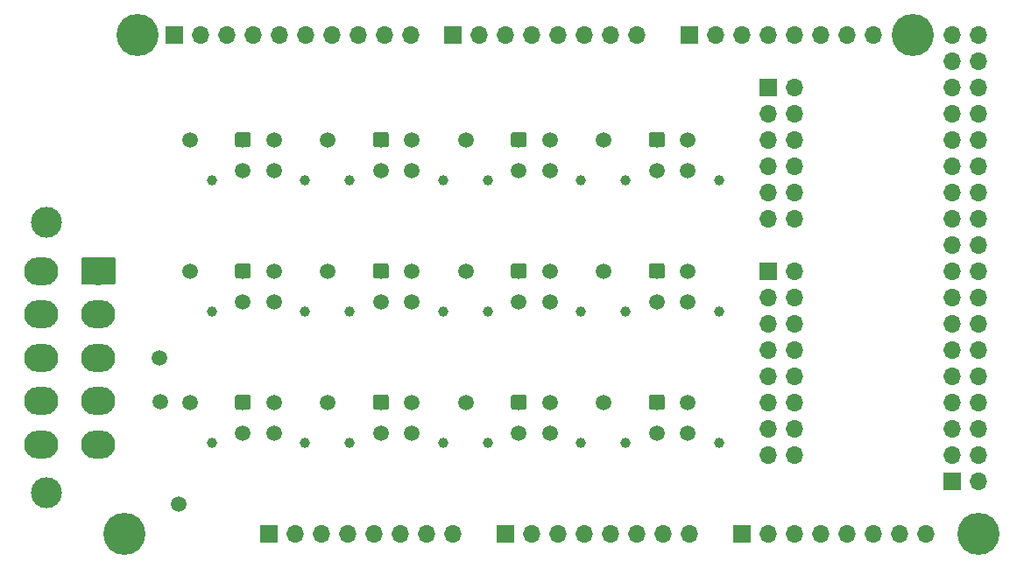
<source format=gbr>
G04 #@! TF.GenerationSoftware,KiCad,Pcbnew,(5.1.4)-1*
G04 #@! TF.CreationDate,2020-11-07T11:35:37-07:00*
G04 #@! TF.ProjectId,ABSIS Backlight Controller,41425349-5320-4426-9163-6b6c69676874,rev?*
G04 #@! TF.SameCoordinates,Original*
G04 #@! TF.FileFunction,Soldermask,Bot*
G04 #@! TF.FilePolarity,Negative*
%FSLAX46Y46*%
G04 Gerber Fmt 4.6, Leading zero omitted, Abs format (unit mm)*
G04 Created by KiCad (PCBNEW (5.1.4)-1) date 2020-11-07 11:35:37*
%MOMM*%
%LPD*%
G04 APERTURE LIST*
%ADD10C,0.100000*%
%ADD11C,2.700000*%
%ADD12O,3.300000X2.700000*%
%ADD13C,3.000000*%
%ADD14C,4.064000*%
%ADD15C,1.500000*%
%ADD16R,1.700000X1.700000*%
%ADD17O,1.700000X1.700000*%
%ADD18C,1.000000*%
G04 APERTURE END LIST*
D10*
G36*
X116232503Y-92377204D02*
G01*
X116256772Y-92380804D01*
X116280570Y-92386765D01*
X116303670Y-92395030D01*
X116325849Y-92405520D01*
X116346892Y-92418133D01*
X116366598Y-92432748D01*
X116384776Y-92449224D01*
X116401252Y-92467402D01*
X116415867Y-92487108D01*
X116428480Y-92508151D01*
X116438970Y-92530330D01*
X116447235Y-92553430D01*
X116453196Y-92577228D01*
X116456796Y-92601497D01*
X116458000Y-92626001D01*
X116458000Y-94825999D01*
X116456796Y-94850503D01*
X116453196Y-94874772D01*
X116447235Y-94898570D01*
X116438970Y-94921670D01*
X116428480Y-94943849D01*
X116415867Y-94964892D01*
X116401252Y-94984598D01*
X116384776Y-95002776D01*
X116366598Y-95019252D01*
X116346892Y-95033867D01*
X116325849Y-95046480D01*
X116303670Y-95056970D01*
X116280570Y-95065235D01*
X116256772Y-95071196D01*
X116232503Y-95074796D01*
X116207999Y-95076000D01*
X113408001Y-95076000D01*
X113383497Y-95074796D01*
X113359228Y-95071196D01*
X113335430Y-95065235D01*
X113312330Y-95056970D01*
X113290151Y-95046480D01*
X113269108Y-95033867D01*
X113249402Y-95019252D01*
X113231224Y-95002776D01*
X113214748Y-94984598D01*
X113200133Y-94964892D01*
X113187520Y-94943849D01*
X113177030Y-94921670D01*
X113168765Y-94898570D01*
X113162804Y-94874772D01*
X113159204Y-94850503D01*
X113158000Y-94825999D01*
X113158000Y-92626001D01*
X113159204Y-92601497D01*
X113162804Y-92577228D01*
X113168765Y-92553430D01*
X113177030Y-92530330D01*
X113187520Y-92508151D01*
X113200133Y-92487108D01*
X113214748Y-92467402D01*
X113231224Y-92449224D01*
X113249402Y-92432748D01*
X113269108Y-92418133D01*
X113290151Y-92405520D01*
X113312330Y-92395030D01*
X113335430Y-92386765D01*
X113359228Y-92380804D01*
X113383497Y-92377204D01*
X113408001Y-92376000D01*
X116207999Y-92376000D01*
X116232503Y-92377204D01*
X116232503Y-92377204D01*
G37*
D11*
X114808000Y-93726000D03*
D12*
X114808000Y-97926000D03*
X114808000Y-102126000D03*
X114808000Y-106326000D03*
X114808000Y-110526000D03*
X109308000Y-93726000D03*
X109308000Y-97926000D03*
X109308000Y-102126000D03*
X109308000Y-106326000D03*
X109308000Y-110526000D03*
D13*
X109768000Y-89026000D03*
X109768000Y-115226000D03*
D14*
X117348000Y-119126000D03*
X199898000Y-119126000D03*
X118618000Y-70866000D03*
X193548000Y-70866000D03*
D15*
X122580400Y-116281200D03*
X120713500Y-102171500D03*
X120777000Y-106362500D03*
D16*
X197358000Y-114046000D03*
D17*
X199898000Y-114046000D03*
X197358000Y-111506000D03*
X199898000Y-111506000D03*
X197358000Y-108966000D03*
X199898000Y-108966000D03*
X197358000Y-106426000D03*
X199898000Y-106426000D03*
X197358000Y-103886000D03*
X199898000Y-103886000D03*
X197358000Y-101346000D03*
X199898000Y-101346000D03*
X197358000Y-98806000D03*
X199898000Y-98806000D03*
X197358000Y-96266000D03*
X199898000Y-96266000D03*
X197358000Y-93726000D03*
X199898000Y-93726000D03*
X197358000Y-91186000D03*
X199898000Y-91186000D03*
X197358000Y-88646000D03*
X199898000Y-88646000D03*
X197358000Y-86106000D03*
X199898000Y-86106000D03*
X197358000Y-83566000D03*
X199898000Y-83566000D03*
X197358000Y-81026000D03*
X199898000Y-81026000D03*
X197358000Y-78486000D03*
X199898000Y-78486000D03*
X197358000Y-75946000D03*
X199898000Y-75946000D03*
X197358000Y-73406000D03*
X199898000Y-73406000D03*
X197358000Y-70866000D03*
X199898000Y-70866000D03*
D16*
X131318000Y-119126000D03*
D17*
X133858000Y-119126000D03*
X136398000Y-119126000D03*
X138938000Y-119126000D03*
X141478000Y-119126000D03*
X144018000Y-119126000D03*
X146558000Y-119126000D03*
X149098000Y-119126000D03*
D16*
X154178000Y-119126000D03*
D17*
X156718000Y-119126000D03*
X159258000Y-119126000D03*
X161798000Y-119126000D03*
X164338000Y-119126000D03*
X166878000Y-119126000D03*
X169418000Y-119126000D03*
X171958000Y-119126000D03*
D16*
X177038000Y-119126000D03*
D17*
X179578000Y-119126000D03*
X182118000Y-119126000D03*
X184658000Y-119126000D03*
X187198000Y-119126000D03*
X189738000Y-119126000D03*
X192278000Y-119126000D03*
X194818000Y-119126000D03*
D16*
X122174000Y-70866000D03*
D17*
X124714000Y-70866000D03*
X127254000Y-70866000D03*
X129794000Y-70866000D03*
X132334000Y-70866000D03*
X134874000Y-70866000D03*
X137414000Y-70866000D03*
X139954000Y-70866000D03*
X142494000Y-70866000D03*
X145034000Y-70866000D03*
X166878000Y-70866000D03*
X164338000Y-70866000D03*
X161798000Y-70866000D03*
X159258000Y-70866000D03*
X156718000Y-70866000D03*
X154178000Y-70866000D03*
X151638000Y-70866000D03*
D16*
X149098000Y-70866000D03*
D17*
X189738000Y-70866000D03*
X187198000Y-70866000D03*
X184658000Y-70866000D03*
X182118000Y-70866000D03*
X179578000Y-70866000D03*
X177038000Y-70866000D03*
X174498000Y-70866000D03*
D16*
X171958000Y-70866000D03*
D15*
X131778000Y-84026000D03*
X128778000Y-84026000D03*
X131778000Y-81026000D03*
D10*
G36*
X129302504Y-80277204D02*
G01*
X129326773Y-80280804D01*
X129350571Y-80286765D01*
X129373671Y-80295030D01*
X129395849Y-80305520D01*
X129416893Y-80318133D01*
X129436598Y-80332747D01*
X129454777Y-80349223D01*
X129471253Y-80367402D01*
X129485867Y-80387107D01*
X129498480Y-80408151D01*
X129508970Y-80430329D01*
X129517235Y-80453429D01*
X129523196Y-80477227D01*
X129526796Y-80501496D01*
X129528000Y-80526000D01*
X129528000Y-81526000D01*
X129526796Y-81550504D01*
X129523196Y-81574773D01*
X129517235Y-81598571D01*
X129508970Y-81621671D01*
X129498480Y-81643849D01*
X129485867Y-81664893D01*
X129471253Y-81684598D01*
X129454777Y-81702777D01*
X129436598Y-81719253D01*
X129416893Y-81733867D01*
X129395849Y-81746480D01*
X129373671Y-81756970D01*
X129350571Y-81765235D01*
X129326773Y-81771196D01*
X129302504Y-81774796D01*
X129278000Y-81776000D01*
X128278000Y-81776000D01*
X128253496Y-81774796D01*
X128229227Y-81771196D01*
X128205429Y-81765235D01*
X128182329Y-81756970D01*
X128160151Y-81746480D01*
X128139107Y-81733867D01*
X128119402Y-81719253D01*
X128101223Y-81702777D01*
X128084747Y-81684598D01*
X128070133Y-81664893D01*
X128057520Y-81643849D01*
X128047030Y-81621671D01*
X128038765Y-81598571D01*
X128032804Y-81574773D01*
X128029204Y-81550504D01*
X128028000Y-81526000D01*
X128028000Y-80526000D01*
X128029204Y-80501496D01*
X128032804Y-80477227D01*
X128038765Y-80453429D01*
X128047030Y-80430329D01*
X128057520Y-80408151D01*
X128070133Y-80387107D01*
X128084747Y-80367402D01*
X128101223Y-80349223D01*
X128119402Y-80332747D01*
X128139107Y-80318133D01*
X128160151Y-80305520D01*
X128182329Y-80295030D01*
X128205429Y-80286765D01*
X128229227Y-80280804D01*
X128253496Y-80277204D01*
X128278000Y-80276000D01*
X129278000Y-80276000D01*
X129302504Y-80277204D01*
X129302504Y-80277204D01*
G37*
D15*
X128778000Y-81026000D03*
D18*
X134778000Y-84966000D03*
X125778000Y-84966000D03*
D15*
X131778000Y-96726000D03*
X128778000Y-96726000D03*
X131778000Y-93726000D03*
D10*
G36*
X129302504Y-92977204D02*
G01*
X129326773Y-92980804D01*
X129350571Y-92986765D01*
X129373671Y-92995030D01*
X129395849Y-93005520D01*
X129416893Y-93018133D01*
X129436598Y-93032747D01*
X129454777Y-93049223D01*
X129471253Y-93067402D01*
X129485867Y-93087107D01*
X129498480Y-93108151D01*
X129508970Y-93130329D01*
X129517235Y-93153429D01*
X129523196Y-93177227D01*
X129526796Y-93201496D01*
X129528000Y-93226000D01*
X129528000Y-94226000D01*
X129526796Y-94250504D01*
X129523196Y-94274773D01*
X129517235Y-94298571D01*
X129508970Y-94321671D01*
X129498480Y-94343849D01*
X129485867Y-94364893D01*
X129471253Y-94384598D01*
X129454777Y-94402777D01*
X129436598Y-94419253D01*
X129416893Y-94433867D01*
X129395849Y-94446480D01*
X129373671Y-94456970D01*
X129350571Y-94465235D01*
X129326773Y-94471196D01*
X129302504Y-94474796D01*
X129278000Y-94476000D01*
X128278000Y-94476000D01*
X128253496Y-94474796D01*
X128229227Y-94471196D01*
X128205429Y-94465235D01*
X128182329Y-94456970D01*
X128160151Y-94446480D01*
X128139107Y-94433867D01*
X128119402Y-94419253D01*
X128101223Y-94402777D01*
X128084747Y-94384598D01*
X128070133Y-94364893D01*
X128057520Y-94343849D01*
X128047030Y-94321671D01*
X128038765Y-94298571D01*
X128032804Y-94274773D01*
X128029204Y-94250504D01*
X128028000Y-94226000D01*
X128028000Y-93226000D01*
X128029204Y-93201496D01*
X128032804Y-93177227D01*
X128038765Y-93153429D01*
X128047030Y-93130329D01*
X128057520Y-93108151D01*
X128070133Y-93087107D01*
X128084747Y-93067402D01*
X128101223Y-93049223D01*
X128119402Y-93032747D01*
X128139107Y-93018133D01*
X128160151Y-93005520D01*
X128182329Y-92995030D01*
X128205429Y-92986765D01*
X128229227Y-92980804D01*
X128253496Y-92977204D01*
X128278000Y-92976000D01*
X129278000Y-92976000D01*
X129302504Y-92977204D01*
X129302504Y-92977204D01*
G37*
D15*
X128778000Y-93726000D03*
D18*
X134778000Y-97666000D03*
X125778000Y-97666000D03*
X125778000Y-110366000D03*
X134778000Y-110366000D03*
D10*
G36*
X129302504Y-105677204D02*
G01*
X129326773Y-105680804D01*
X129350571Y-105686765D01*
X129373671Y-105695030D01*
X129395849Y-105705520D01*
X129416893Y-105718133D01*
X129436598Y-105732747D01*
X129454777Y-105749223D01*
X129471253Y-105767402D01*
X129485867Y-105787107D01*
X129498480Y-105808151D01*
X129508970Y-105830329D01*
X129517235Y-105853429D01*
X129523196Y-105877227D01*
X129526796Y-105901496D01*
X129528000Y-105926000D01*
X129528000Y-106926000D01*
X129526796Y-106950504D01*
X129523196Y-106974773D01*
X129517235Y-106998571D01*
X129508970Y-107021671D01*
X129498480Y-107043849D01*
X129485867Y-107064893D01*
X129471253Y-107084598D01*
X129454777Y-107102777D01*
X129436598Y-107119253D01*
X129416893Y-107133867D01*
X129395849Y-107146480D01*
X129373671Y-107156970D01*
X129350571Y-107165235D01*
X129326773Y-107171196D01*
X129302504Y-107174796D01*
X129278000Y-107176000D01*
X128278000Y-107176000D01*
X128253496Y-107174796D01*
X128229227Y-107171196D01*
X128205429Y-107165235D01*
X128182329Y-107156970D01*
X128160151Y-107146480D01*
X128139107Y-107133867D01*
X128119402Y-107119253D01*
X128101223Y-107102777D01*
X128084747Y-107084598D01*
X128070133Y-107064893D01*
X128057520Y-107043849D01*
X128047030Y-107021671D01*
X128038765Y-106998571D01*
X128032804Y-106974773D01*
X128029204Y-106950504D01*
X128028000Y-106926000D01*
X128028000Y-105926000D01*
X128029204Y-105901496D01*
X128032804Y-105877227D01*
X128038765Y-105853429D01*
X128047030Y-105830329D01*
X128057520Y-105808151D01*
X128070133Y-105787107D01*
X128084747Y-105767402D01*
X128101223Y-105749223D01*
X128119402Y-105732747D01*
X128139107Y-105718133D01*
X128160151Y-105705520D01*
X128182329Y-105695030D01*
X128205429Y-105686765D01*
X128229227Y-105680804D01*
X128253496Y-105677204D01*
X128278000Y-105676000D01*
X129278000Y-105676000D01*
X129302504Y-105677204D01*
X129302504Y-105677204D01*
G37*
D15*
X128778000Y-106426000D03*
X131778000Y-106426000D03*
X128778000Y-109426000D03*
X131778000Y-109426000D03*
X145113000Y-84026000D03*
X142113000Y-84026000D03*
X145113000Y-81026000D03*
D10*
G36*
X142637504Y-80277204D02*
G01*
X142661773Y-80280804D01*
X142685571Y-80286765D01*
X142708671Y-80295030D01*
X142730849Y-80305520D01*
X142751893Y-80318133D01*
X142771598Y-80332747D01*
X142789777Y-80349223D01*
X142806253Y-80367402D01*
X142820867Y-80387107D01*
X142833480Y-80408151D01*
X142843970Y-80430329D01*
X142852235Y-80453429D01*
X142858196Y-80477227D01*
X142861796Y-80501496D01*
X142863000Y-80526000D01*
X142863000Y-81526000D01*
X142861796Y-81550504D01*
X142858196Y-81574773D01*
X142852235Y-81598571D01*
X142843970Y-81621671D01*
X142833480Y-81643849D01*
X142820867Y-81664893D01*
X142806253Y-81684598D01*
X142789777Y-81702777D01*
X142771598Y-81719253D01*
X142751893Y-81733867D01*
X142730849Y-81746480D01*
X142708671Y-81756970D01*
X142685571Y-81765235D01*
X142661773Y-81771196D01*
X142637504Y-81774796D01*
X142613000Y-81776000D01*
X141613000Y-81776000D01*
X141588496Y-81774796D01*
X141564227Y-81771196D01*
X141540429Y-81765235D01*
X141517329Y-81756970D01*
X141495151Y-81746480D01*
X141474107Y-81733867D01*
X141454402Y-81719253D01*
X141436223Y-81702777D01*
X141419747Y-81684598D01*
X141405133Y-81664893D01*
X141392520Y-81643849D01*
X141382030Y-81621671D01*
X141373765Y-81598571D01*
X141367804Y-81574773D01*
X141364204Y-81550504D01*
X141363000Y-81526000D01*
X141363000Y-80526000D01*
X141364204Y-80501496D01*
X141367804Y-80477227D01*
X141373765Y-80453429D01*
X141382030Y-80430329D01*
X141392520Y-80408151D01*
X141405133Y-80387107D01*
X141419747Y-80367402D01*
X141436223Y-80349223D01*
X141454402Y-80332747D01*
X141474107Y-80318133D01*
X141495151Y-80305520D01*
X141517329Y-80295030D01*
X141540429Y-80286765D01*
X141564227Y-80280804D01*
X141588496Y-80277204D01*
X141613000Y-80276000D01*
X142613000Y-80276000D01*
X142637504Y-80277204D01*
X142637504Y-80277204D01*
G37*
D15*
X142113000Y-81026000D03*
D18*
X148113000Y-84966000D03*
X139113000Y-84966000D03*
X139113000Y-97666000D03*
X148113000Y-97666000D03*
D10*
G36*
X142637504Y-92977204D02*
G01*
X142661773Y-92980804D01*
X142685571Y-92986765D01*
X142708671Y-92995030D01*
X142730849Y-93005520D01*
X142751893Y-93018133D01*
X142771598Y-93032747D01*
X142789777Y-93049223D01*
X142806253Y-93067402D01*
X142820867Y-93087107D01*
X142833480Y-93108151D01*
X142843970Y-93130329D01*
X142852235Y-93153429D01*
X142858196Y-93177227D01*
X142861796Y-93201496D01*
X142863000Y-93226000D01*
X142863000Y-94226000D01*
X142861796Y-94250504D01*
X142858196Y-94274773D01*
X142852235Y-94298571D01*
X142843970Y-94321671D01*
X142833480Y-94343849D01*
X142820867Y-94364893D01*
X142806253Y-94384598D01*
X142789777Y-94402777D01*
X142771598Y-94419253D01*
X142751893Y-94433867D01*
X142730849Y-94446480D01*
X142708671Y-94456970D01*
X142685571Y-94465235D01*
X142661773Y-94471196D01*
X142637504Y-94474796D01*
X142613000Y-94476000D01*
X141613000Y-94476000D01*
X141588496Y-94474796D01*
X141564227Y-94471196D01*
X141540429Y-94465235D01*
X141517329Y-94456970D01*
X141495151Y-94446480D01*
X141474107Y-94433867D01*
X141454402Y-94419253D01*
X141436223Y-94402777D01*
X141419747Y-94384598D01*
X141405133Y-94364893D01*
X141392520Y-94343849D01*
X141382030Y-94321671D01*
X141373765Y-94298571D01*
X141367804Y-94274773D01*
X141364204Y-94250504D01*
X141363000Y-94226000D01*
X141363000Y-93226000D01*
X141364204Y-93201496D01*
X141367804Y-93177227D01*
X141373765Y-93153429D01*
X141382030Y-93130329D01*
X141392520Y-93108151D01*
X141405133Y-93087107D01*
X141419747Y-93067402D01*
X141436223Y-93049223D01*
X141454402Y-93032747D01*
X141474107Y-93018133D01*
X141495151Y-93005520D01*
X141517329Y-92995030D01*
X141540429Y-92986765D01*
X141564227Y-92980804D01*
X141588496Y-92977204D01*
X141613000Y-92976000D01*
X142613000Y-92976000D01*
X142637504Y-92977204D01*
X142637504Y-92977204D01*
G37*
D15*
X142113000Y-93726000D03*
X145113000Y-93726000D03*
X142113000Y-96726000D03*
X145113000Y-96726000D03*
X145113000Y-109426000D03*
X142113000Y-109426000D03*
X145113000Y-106426000D03*
D10*
G36*
X142637504Y-105677204D02*
G01*
X142661773Y-105680804D01*
X142685571Y-105686765D01*
X142708671Y-105695030D01*
X142730849Y-105705520D01*
X142751893Y-105718133D01*
X142771598Y-105732747D01*
X142789777Y-105749223D01*
X142806253Y-105767402D01*
X142820867Y-105787107D01*
X142833480Y-105808151D01*
X142843970Y-105830329D01*
X142852235Y-105853429D01*
X142858196Y-105877227D01*
X142861796Y-105901496D01*
X142863000Y-105926000D01*
X142863000Y-106926000D01*
X142861796Y-106950504D01*
X142858196Y-106974773D01*
X142852235Y-106998571D01*
X142843970Y-107021671D01*
X142833480Y-107043849D01*
X142820867Y-107064893D01*
X142806253Y-107084598D01*
X142789777Y-107102777D01*
X142771598Y-107119253D01*
X142751893Y-107133867D01*
X142730849Y-107146480D01*
X142708671Y-107156970D01*
X142685571Y-107165235D01*
X142661773Y-107171196D01*
X142637504Y-107174796D01*
X142613000Y-107176000D01*
X141613000Y-107176000D01*
X141588496Y-107174796D01*
X141564227Y-107171196D01*
X141540429Y-107165235D01*
X141517329Y-107156970D01*
X141495151Y-107146480D01*
X141474107Y-107133867D01*
X141454402Y-107119253D01*
X141436223Y-107102777D01*
X141419747Y-107084598D01*
X141405133Y-107064893D01*
X141392520Y-107043849D01*
X141382030Y-107021671D01*
X141373765Y-106998571D01*
X141367804Y-106974773D01*
X141364204Y-106950504D01*
X141363000Y-106926000D01*
X141363000Y-105926000D01*
X141364204Y-105901496D01*
X141367804Y-105877227D01*
X141373765Y-105853429D01*
X141382030Y-105830329D01*
X141392520Y-105808151D01*
X141405133Y-105787107D01*
X141419747Y-105767402D01*
X141436223Y-105749223D01*
X141454402Y-105732747D01*
X141474107Y-105718133D01*
X141495151Y-105705520D01*
X141517329Y-105695030D01*
X141540429Y-105686765D01*
X141564227Y-105680804D01*
X141588496Y-105677204D01*
X141613000Y-105676000D01*
X142613000Y-105676000D01*
X142637504Y-105677204D01*
X142637504Y-105677204D01*
G37*
D15*
X142113000Y-106426000D03*
D18*
X148113000Y-110366000D03*
X139113000Y-110366000D03*
D15*
X158448000Y-84026000D03*
X155448000Y-84026000D03*
X158448000Y-81026000D03*
D10*
G36*
X155972504Y-80277204D02*
G01*
X155996773Y-80280804D01*
X156020571Y-80286765D01*
X156043671Y-80295030D01*
X156065849Y-80305520D01*
X156086893Y-80318133D01*
X156106598Y-80332747D01*
X156124777Y-80349223D01*
X156141253Y-80367402D01*
X156155867Y-80387107D01*
X156168480Y-80408151D01*
X156178970Y-80430329D01*
X156187235Y-80453429D01*
X156193196Y-80477227D01*
X156196796Y-80501496D01*
X156198000Y-80526000D01*
X156198000Y-81526000D01*
X156196796Y-81550504D01*
X156193196Y-81574773D01*
X156187235Y-81598571D01*
X156178970Y-81621671D01*
X156168480Y-81643849D01*
X156155867Y-81664893D01*
X156141253Y-81684598D01*
X156124777Y-81702777D01*
X156106598Y-81719253D01*
X156086893Y-81733867D01*
X156065849Y-81746480D01*
X156043671Y-81756970D01*
X156020571Y-81765235D01*
X155996773Y-81771196D01*
X155972504Y-81774796D01*
X155948000Y-81776000D01*
X154948000Y-81776000D01*
X154923496Y-81774796D01*
X154899227Y-81771196D01*
X154875429Y-81765235D01*
X154852329Y-81756970D01*
X154830151Y-81746480D01*
X154809107Y-81733867D01*
X154789402Y-81719253D01*
X154771223Y-81702777D01*
X154754747Y-81684598D01*
X154740133Y-81664893D01*
X154727520Y-81643849D01*
X154717030Y-81621671D01*
X154708765Y-81598571D01*
X154702804Y-81574773D01*
X154699204Y-81550504D01*
X154698000Y-81526000D01*
X154698000Y-80526000D01*
X154699204Y-80501496D01*
X154702804Y-80477227D01*
X154708765Y-80453429D01*
X154717030Y-80430329D01*
X154727520Y-80408151D01*
X154740133Y-80387107D01*
X154754747Y-80367402D01*
X154771223Y-80349223D01*
X154789402Y-80332747D01*
X154809107Y-80318133D01*
X154830151Y-80305520D01*
X154852329Y-80295030D01*
X154875429Y-80286765D01*
X154899227Y-80280804D01*
X154923496Y-80277204D01*
X154948000Y-80276000D01*
X155948000Y-80276000D01*
X155972504Y-80277204D01*
X155972504Y-80277204D01*
G37*
D15*
X155448000Y-81026000D03*
D18*
X161448000Y-84966000D03*
X152448000Y-84966000D03*
X152448000Y-97666000D03*
X161448000Y-97666000D03*
D10*
G36*
X155972504Y-92977204D02*
G01*
X155996773Y-92980804D01*
X156020571Y-92986765D01*
X156043671Y-92995030D01*
X156065849Y-93005520D01*
X156086893Y-93018133D01*
X156106598Y-93032747D01*
X156124777Y-93049223D01*
X156141253Y-93067402D01*
X156155867Y-93087107D01*
X156168480Y-93108151D01*
X156178970Y-93130329D01*
X156187235Y-93153429D01*
X156193196Y-93177227D01*
X156196796Y-93201496D01*
X156198000Y-93226000D01*
X156198000Y-94226000D01*
X156196796Y-94250504D01*
X156193196Y-94274773D01*
X156187235Y-94298571D01*
X156178970Y-94321671D01*
X156168480Y-94343849D01*
X156155867Y-94364893D01*
X156141253Y-94384598D01*
X156124777Y-94402777D01*
X156106598Y-94419253D01*
X156086893Y-94433867D01*
X156065849Y-94446480D01*
X156043671Y-94456970D01*
X156020571Y-94465235D01*
X155996773Y-94471196D01*
X155972504Y-94474796D01*
X155948000Y-94476000D01*
X154948000Y-94476000D01*
X154923496Y-94474796D01*
X154899227Y-94471196D01*
X154875429Y-94465235D01*
X154852329Y-94456970D01*
X154830151Y-94446480D01*
X154809107Y-94433867D01*
X154789402Y-94419253D01*
X154771223Y-94402777D01*
X154754747Y-94384598D01*
X154740133Y-94364893D01*
X154727520Y-94343849D01*
X154717030Y-94321671D01*
X154708765Y-94298571D01*
X154702804Y-94274773D01*
X154699204Y-94250504D01*
X154698000Y-94226000D01*
X154698000Y-93226000D01*
X154699204Y-93201496D01*
X154702804Y-93177227D01*
X154708765Y-93153429D01*
X154717030Y-93130329D01*
X154727520Y-93108151D01*
X154740133Y-93087107D01*
X154754747Y-93067402D01*
X154771223Y-93049223D01*
X154789402Y-93032747D01*
X154809107Y-93018133D01*
X154830151Y-93005520D01*
X154852329Y-92995030D01*
X154875429Y-92986765D01*
X154899227Y-92980804D01*
X154923496Y-92977204D01*
X154948000Y-92976000D01*
X155948000Y-92976000D01*
X155972504Y-92977204D01*
X155972504Y-92977204D01*
G37*
D15*
X155448000Y-93726000D03*
X158448000Y-93726000D03*
X155448000Y-96726000D03*
X158448000Y-96726000D03*
X158448000Y-109426000D03*
X155448000Y-109426000D03*
X158448000Y-106426000D03*
D10*
G36*
X155972504Y-105677204D02*
G01*
X155996773Y-105680804D01*
X156020571Y-105686765D01*
X156043671Y-105695030D01*
X156065849Y-105705520D01*
X156086893Y-105718133D01*
X156106598Y-105732747D01*
X156124777Y-105749223D01*
X156141253Y-105767402D01*
X156155867Y-105787107D01*
X156168480Y-105808151D01*
X156178970Y-105830329D01*
X156187235Y-105853429D01*
X156193196Y-105877227D01*
X156196796Y-105901496D01*
X156198000Y-105926000D01*
X156198000Y-106926000D01*
X156196796Y-106950504D01*
X156193196Y-106974773D01*
X156187235Y-106998571D01*
X156178970Y-107021671D01*
X156168480Y-107043849D01*
X156155867Y-107064893D01*
X156141253Y-107084598D01*
X156124777Y-107102777D01*
X156106598Y-107119253D01*
X156086893Y-107133867D01*
X156065849Y-107146480D01*
X156043671Y-107156970D01*
X156020571Y-107165235D01*
X155996773Y-107171196D01*
X155972504Y-107174796D01*
X155948000Y-107176000D01*
X154948000Y-107176000D01*
X154923496Y-107174796D01*
X154899227Y-107171196D01*
X154875429Y-107165235D01*
X154852329Y-107156970D01*
X154830151Y-107146480D01*
X154809107Y-107133867D01*
X154789402Y-107119253D01*
X154771223Y-107102777D01*
X154754747Y-107084598D01*
X154740133Y-107064893D01*
X154727520Y-107043849D01*
X154717030Y-107021671D01*
X154708765Y-106998571D01*
X154702804Y-106974773D01*
X154699204Y-106950504D01*
X154698000Y-106926000D01*
X154698000Y-105926000D01*
X154699204Y-105901496D01*
X154702804Y-105877227D01*
X154708765Y-105853429D01*
X154717030Y-105830329D01*
X154727520Y-105808151D01*
X154740133Y-105787107D01*
X154754747Y-105767402D01*
X154771223Y-105749223D01*
X154789402Y-105732747D01*
X154809107Y-105718133D01*
X154830151Y-105705520D01*
X154852329Y-105695030D01*
X154875429Y-105686765D01*
X154899227Y-105680804D01*
X154923496Y-105677204D01*
X154948000Y-105676000D01*
X155948000Y-105676000D01*
X155972504Y-105677204D01*
X155972504Y-105677204D01*
G37*
D15*
X155448000Y-106426000D03*
D18*
X161448000Y-110366000D03*
X152448000Y-110366000D03*
X165783000Y-84966000D03*
X174783000Y-84966000D03*
D10*
G36*
X169307504Y-80277204D02*
G01*
X169331773Y-80280804D01*
X169355571Y-80286765D01*
X169378671Y-80295030D01*
X169400849Y-80305520D01*
X169421893Y-80318133D01*
X169441598Y-80332747D01*
X169459777Y-80349223D01*
X169476253Y-80367402D01*
X169490867Y-80387107D01*
X169503480Y-80408151D01*
X169513970Y-80430329D01*
X169522235Y-80453429D01*
X169528196Y-80477227D01*
X169531796Y-80501496D01*
X169533000Y-80526000D01*
X169533000Y-81526000D01*
X169531796Y-81550504D01*
X169528196Y-81574773D01*
X169522235Y-81598571D01*
X169513970Y-81621671D01*
X169503480Y-81643849D01*
X169490867Y-81664893D01*
X169476253Y-81684598D01*
X169459777Y-81702777D01*
X169441598Y-81719253D01*
X169421893Y-81733867D01*
X169400849Y-81746480D01*
X169378671Y-81756970D01*
X169355571Y-81765235D01*
X169331773Y-81771196D01*
X169307504Y-81774796D01*
X169283000Y-81776000D01*
X168283000Y-81776000D01*
X168258496Y-81774796D01*
X168234227Y-81771196D01*
X168210429Y-81765235D01*
X168187329Y-81756970D01*
X168165151Y-81746480D01*
X168144107Y-81733867D01*
X168124402Y-81719253D01*
X168106223Y-81702777D01*
X168089747Y-81684598D01*
X168075133Y-81664893D01*
X168062520Y-81643849D01*
X168052030Y-81621671D01*
X168043765Y-81598571D01*
X168037804Y-81574773D01*
X168034204Y-81550504D01*
X168033000Y-81526000D01*
X168033000Y-80526000D01*
X168034204Y-80501496D01*
X168037804Y-80477227D01*
X168043765Y-80453429D01*
X168052030Y-80430329D01*
X168062520Y-80408151D01*
X168075133Y-80387107D01*
X168089747Y-80367402D01*
X168106223Y-80349223D01*
X168124402Y-80332747D01*
X168144107Y-80318133D01*
X168165151Y-80305520D01*
X168187329Y-80295030D01*
X168210429Y-80286765D01*
X168234227Y-80280804D01*
X168258496Y-80277204D01*
X168283000Y-80276000D01*
X169283000Y-80276000D01*
X169307504Y-80277204D01*
X169307504Y-80277204D01*
G37*
D15*
X168783000Y-81026000D03*
X171783000Y-81026000D03*
X168783000Y-84026000D03*
X171783000Y-84026000D03*
D18*
X165783000Y-97666000D03*
X174783000Y-97666000D03*
D10*
G36*
X169307504Y-92977204D02*
G01*
X169331773Y-92980804D01*
X169355571Y-92986765D01*
X169378671Y-92995030D01*
X169400849Y-93005520D01*
X169421893Y-93018133D01*
X169441598Y-93032747D01*
X169459777Y-93049223D01*
X169476253Y-93067402D01*
X169490867Y-93087107D01*
X169503480Y-93108151D01*
X169513970Y-93130329D01*
X169522235Y-93153429D01*
X169528196Y-93177227D01*
X169531796Y-93201496D01*
X169533000Y-93226000D01*
X169533000Y-94226000D01*
X169531796Y-94250504D01*
X169528196Y-94274773D01*
X169522235Y-94298571D01*
X169513970Y-94321671D01*
X169503480Y-94343849D01*
X169490867Y-94364893D01*
X169476253Y-94384598D01*
X169459777Y-94402777D01*
X169441598Y-94419253D01*
X169421893Y-94433867D01*
X169400849Y-94446480D01*
X169378671Y-94456970D01*
X169355571Y-94465235D01*
X169331773Y-94471196D01*
X169307504Y-94474796D01*
X169283000Y-94476000D01*
X168283000Y-94476000D01*
X168258496Y-94474796D01*
X168234227Y-94471196D01*
X168210429Y-94465235D01*
X168187329Y-94456970D01*
X168165151Y-94446480D01*
X168144107Y-94433867D01*
X168124402Y-94419253D01*
X168106223Y-94402777D01*
X168089747Y-94384598D01*
X168075133Y-94364893D01*
X168062520Y-94343849D01*
X168052030Y-94321671D01*
X168043765Y-94298571D01*
X168037804Y-94274773D01*
X168034204Y-94250504D01*
X168033000Y-94226000D01*
X168033000Y-93226000D01*
X168034204Y-93201496D01*
X168037804Y-93177227D01*
X168043765Y-93153429D01*
X168052030Y-93130329D01*
X168062520Y-93108151D01*
X168075133Y-93087107D01*
X168089747Y-93067402D01*
X168106223Y-93049223D01*
X168124402Y-93032747D01*
X168144107Y-93018133D01*
X168165151Y-93005520D01*
X168187329Y-92995030D01*
X168210429Y-92986765D01*
X168234227Y-92980804D01*
X168258496Y-92977204D01*
X168283000Y-92976000D01*
X169283000Y-92976000D01*
X169307504Y-92977204D01*
X169307504Y-92977204D01*
G37*
D15*
X168783000Y-93726000D03*
X171783000Y-93726000D03*
X168783000Y-96726000D03*
X171783000Y-96726000D03*
D18*
X165783000Y-110366000D03*
X174783000Y-110366000D03*
D10*
G36*
X169307504Y-105677204D02*
G01*
X169331773Y-105680804D01*
X169355571Y-105686765D01*
X169378671Y-105695030D01*
X169400849Y-105705520D01*
X169421893Y-105718133D01*
X169441598Y-105732747D01*
X169459777Y-105749223D01*
X169476253Y-105767402D01*
X169490867Y-105787107D01*
X169503480Y-105808151D01*
X169513970Y-105830329D01*
X169522235Y-105853429D01*
X169528196Y-105877227D01*
X169531796Y-105901496D01*
X169533000Y-105926000D01*
X169533000Y-106926000D01*
X169531796Y-106950504D01*
X169528196Y-106974773D01*
X169522235Y-106998571D01*
X169513970Y-107021671D01*
X169503480Y-107043849D01*
X169490867Y-107064893D01*
X169476253Y-107084598D01*
X169459777Y-107102777D01*
X169441598Y-107119253D01*
X169421893Y-107133867D01*
X169400849Y-107146480D01*
X169378671Y-107156970D01*
X169355571Y-107165235D01*
X169331773Y-107171196D01*
X169307504Y-107174796D01*
X169283000Y-107176000D01*
X168283000Y-107176000D01*
X168258496Y-107174796D01*
X168234227Y-107171196D01*
X168210429Y-107165235D01*
X168187329Y-107156970D01*
X168165151Y-107146480D01*
X168144107Y-107133867D01*
X168124402Y-107119253D01*
X168106223Y-107102777D01*
X168089747Y-107084598D01*
X168075133Y-107064893D01*
X168062520Y-107043849D01*
X168052030Y-107021671D01*
X168043765Y-106998571D01*
X168037804Y-106974773D01*
X168034204Y-106950504D01*
X168033000Y-106926000D01*
X168033000Y-105926000D01*
X168034204Y-105901496D01*
X168037804Y-105877227D01*
X168043765Y-105853429D01*
X168052030Y-105830329D01*
X168062520Y-105808151D01*
X168075133Y-105787107D01*
X168089747Y-105767402D01*
X168106223Y-105749223D01*
X168124402Y-105732747D01*
X168144107Y-105718133D01*
X168165151Y-105705520D01*
X168187329Y-105695030D01*
X168210429Y-105686765D01*
X168234227Y-105680804D01*
X168258496Y-105677204D01*
X168283000Y-105676000D01*
X169283000Y-105676000D01*
X169307504Y-105677204D01*
X169307504Y-105677204D01*
G37*
D15*
X168783000Y-106426000D03*
X171783000Y-106426000D03*
X168783000Y-109426000D03*
X171783000Y-109426000D03*
X123634500Y-81026000D03*
X123634500Y-93726000D03*
X123634500Y-106426000D03*
X136969500Y-81026000D03*
X136969500Y-93726000D03*
X136969500Y-106426000D03*
X150304500Y-81026000D03*
X150304500Y-93726000D03*
X150304500Y-106426000D03*
X163639500Y-81026000D03*
X163639500Y-93726000D03*
X163639500Y-106426000D03*
D16*
X179578000Y-75946000D03*
D17*
X182118000Y-75946000D03*
X179578000Y-78486000D03*
X182118000Y-78486000D03*
X179578000Y-81026000D03*
X182118000Y-81026000D03*
X179578000Y-83566000D03*
X182118000Y-83566000D03*
X179578000Y-86106000D03*
X182118000Y-86106000D03*
X179578000Y-88646000D03*
X182118000Y-88646000D03*
D16*
X179578000Y-93726000D03*
D17*
X182118000Y-93726000D03*
X179578000Y-96266000D03*
X182118000Y-96266000D03*
X179578000Y-98806000D03*
X182118000Y-98806000D03*
X179578000Y-101346000D03*
X182118000Y-101346000D03*
X179578000Y-103886000D03*
X182118000Y-103886000D03*
X179578000Y-106426000D03*
X182118000Y-106426000D03*
X179578000Y-108966000D03*
X182118000Y-108966000D03*
X179578000Y-111506000D03*
X182118000Y-111506000D03*
M02*

</source>
